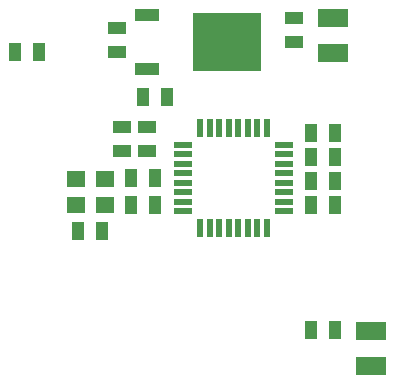
<source format=gtp>
G04*
G04 #@! TF.GenerationSoftware,Altium Limited,Altium Designer,19.1.8 (144)*
G04*
G04 Layer_Color=8421504*
%FSLAX25Y25*%
%MOIN*%
G70*
G01*
G75*
%ADD17R,0.06299X0.05512*%
%ADD18R,0.04000X0.06000*%
%ADD19R,0.10236X0.05906*%
%ADD20R,0.06000X0.04000*%
%ADD21R,0.08268X0.03937*%
%ADD22R,0.23032X0.19291*%
%ADD23R,0.05906X0.02362*%
%ADD24R,0.02362X0.05906*%
D17*
X26079Y81331D02*
D03*
X35921D02*
D03*
Y72669D02*
D03*
X26079D02*
D03*
D18*
X104500Y31000D02*
D03*
X112500D02*
D03*
X52500Y81500D02*
D03*
X44500D02*
D03*
X14000Y123500D02*
D03*
X6000D02*
D03*
X112500Y96500D02*
D03*
X104500D02*
D03*
X48500Y108500D02*
D03*
X56500D02*
D03*
X104500Y88500D02*
D03*
X112500D02*
D03*
Y72500D02*
D03*
X104500D02*
D03*
X112500Y80500D02*
D03*
X104500D02*
D03*
X52500Y72500D02*
D03*
X44500D02*
D03*
X35000Y64000D02*
D03*
X27000D02*
D03*
D19*
X124500Y19000D02*
D03*
Y30811D02*
D03*
X112000Y123189D02*
D03*
Y135000D02*
D03*
D20*
X99000D02*
D03*
Y127000D02*
D03*
X41500Y90500D02*
D03*
Y98500D02*
D03*
X40000Y131500D02*
D03*
Y123500D02*
D03*
X50000Y98500D02*
D03*
Y90500D02*
D03*
D21*
X49874Y135976D02*
D03*
Y118024D02*
D03*
D22*
X76646Y127000D02*
D03*
D23*
X61945Y92701D02*
D03*
Y89551D02*
D03*
Y86402D02*
D03*
Y83252D02*
D03*
Y80102D02*
D03*
Y76953D02*
D03*
Y73803D02*
D03*
Y70653D02*
D03*
X95410D02*
D03*
Y73803D02*
D03*
Y76953D02*
D03*
Y80102D02*
D03*
Y83252D02*
D03*
Y86402D02*
D03*
Y89551D02*
D03*
Y92701D02*
D03*
D24*
X67654Y64945D02*
D03*
X70803D02*
D03*
X73953D02*
D03*
X77102D02*
D03*
X80252D02*
D03*
X83402D02*
D03*
X86551D02*
D03*
X89701D02*
D03*
Y98409D02*
D03*
X86551D02*
D03*
X83402D02*
D03*
X80252D02*
D03*
X77102D02*
D03*
X73953D02*
D03*
X70803D02*
D03*
X67654D02*
D03*
M02*

</source>
